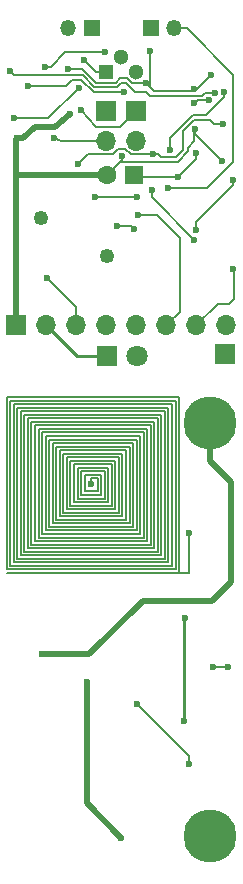
<source format=gbr>
G04 #@! TF.GenerationSoftware,KiCad,Pcbnew,5.99.0-unknown-c3175b4~86~ubuntu16.04.1*
G04 #@! TF.CreationDate,2019-12-09T10:27:28-08:00*
G04 #@! TF.ProjectId,wogglebug,776f6767-6c65-4627-9567-2e6b69636164,rev?*
G04 #@! TF.SameCoordinates,Original*
G04 #@! TF.FileFunction,Copper,L1,Top*
G04 #@! TF.FilePolarity,Positive*
%FSLAX46Y46*%
G04 Gerber Fmt 4.6, Leading zero omitted, Abs format (unit mm)*
G04 Created by KiCad (PCBNEW 5.99.0-unknown-c3175b4~86~ubuntu16.04.1) date 2019-12-09 10:27:28*
%MOMM*%
%LPD*%
G04 APERTURE LIST*
%ADD10C,0.150000*%
%ADD11C,0.600000*%
%ADD12C,1.250000*%
%ADD13C,4.500000*%
%ADD14C,1.600000*%
%ADD15R,1.600000X1.600000*%
%ADD16O,1.350000X1.350000*%
%ADD17R,1.350000X1.350000*%
%ADD18R,1.700000X1.700000*%
%ADD19O,1.700000X1.700000*%
%ADD20R,1.300000X1.300000*%
%ADD21C,1.300000*%
%ADD22C,1.800000*%
%ADD23R,1.800000X1.800000*%
%ADD24C,0.500000*%
%ADD25C,0.250000*%
G04 APERTURE END LIST*
D10*
X148000000Y-139200000D02*
X147450000Y-139200000D01*
X148000000Y-140300000D02*
X148000000Y-139200000D01*
X146900000Y-140300000D02*
X148000000Y-140300000D01*
X146900000Y-138900000D02*
X146900000Y-140300000D01*
X148300000Y-138900000D02*
X146900000Y-138900000D01*
X148300000Y-140600000D02*
X148300000Y-138900000D01*
X146600000Y-140600000D02*
X148300000Y-140600000D01*
X146600000Y-138600000D02*
X146600000Y-140600000D01*
X148600000Y-138600000D02*
X146600000Y-138600000D01*
X148600000Y-140900000D02*
X148600000Y-138600000D01*
X146300000Y-140900000D02*
X148600000Y-140900000D01*
X146300000Y-138300000D02*
X146300000Y-140900000D01*
X148900000Y-138300000D02*
X146300000Y-138300000D01*
X148900000Y-141200000D02*
X148900000Y-138300000D01*
X146000000Y-141200000D02*
X148900000Y-141200000D01*
X146000000Y-138000000D02*
X146000000Y-141200000D01*
X149200000Y-138000000D02*
X146000000Y-138000000D01*
X149200000Y-141500000D02*
X149200000Y-138000000D01*
X145700000Y-141500000D02*
X149200000Y-141500000D01*
X145700000Y-137700000D02*
X145700000Y-141500000D01*
X149500000Y-137700000D02*
X145700000Y-137700000D01*
X149500000Y-141800000D02*
X149500000Y-137700000D01*
X145400000Y-141800000D02*
X149500000Y-141800000D01*
X145400000Y-137400000D02*
X145400000Y-141800000D01*
X149800000Y-137400000D02*
X145400000Y-137400000D01*
X149800000Y-142100000D02*
X149800000Y-137400000D01*
X145100000Y-142100000D02*
X149800000Y-142100000D01*
X145100000Y-137100000D02*
X145100000Y-142100000D01*
X150100000Y-137100000D02*
X145100000Y-137100000D01*
X150100000Y-142400000D02*
X150100000Y-137100000D01*
X144800000Y-142400000D02*
X150100000Y-142400000D01*
X144800000Y-136800000D02*
X144800000Y-142400000D01*
X150400000Y-136800000D02*
X144800000Y-136800000D01*
X150400000Y-142700000D02*
X150400000Y-136800000D01*
X144500000Y-142700000D02*
X150400000Y-142700000D01*
X144500000Y-136500000D02*
X144500000Y-142700000D01*
X150700000Y-136500000D02*
X144500000Y-136500000D01*
X150700000Y-143000000D02*
X150700000Y-136500000D01*
X144200000Y-143000000D02*
X150700000Y-143000000D01*
X144200000Y-136200000D02*
X144200000Y-143000000D01*
X151000000Y-136200000D02*
X144200000Y-136200000D01*
X151000000Y-143300000D02*
X151000000Y-136200000D01*
X143900000Y-143300000D02*
X151000000Y-143300000D01*
X143900000Y-135900000D02*
X143900000Y-143300000D01*
X151300000Y-135900000D02*
X143900000Y-135900000D01*
X151300000Y-143600000D02*
X151300000Y-135900000D01*
X143600000Y-143600000D02*
X151300000Y-143600000D01*
X143600000Y-135600000D02*
X143600000Y-143600000D01*
X151600000Y-135600000D02*
X143600000Y-135600000D01*
X151600000Y-143900000D02*
X151600000Y-135600000D01*
X143300000Y-143900000D02*
X151600000Y-143900000D01*
X143300000Y-135300000D02*
X143300000Y-143900000D01*
X151900000Y-135300000D02*
X143300000Y-135300000D01*
X151900000Y-144200000D02*
X151900000Y-135300000D01*
X143000000Y-144200000D02*
X151900000Y-144200000D01*
X143000000Y-135000000D02*
X143000000Y-144200000D01*
X152200000Y-135000000D02*
X143000000Y-135000000D01*
X152200000Y-144500000D02*
X152200000Y-135000000D01*
X142700000Y-144500000D02*
X152200000Y-144500000D01*
X142700000Y-134700000D02*
X142700000Y-144500000D01*
X152500000Y-134700000D02*
X142700000Y-134700000D01*
X152500000Y-144800000D02*
X152500000Y-134700000D01*
X142400000Y-144800000D02*
X152500000Y-144800000D01*
X142400000Y-134400000D02*
X142400000Y-144800000D01*
X152800000Y-134400000D02*
X142400000Y-134400000D01*
X152800000Y-145100000D02*
X152800000Y-134400000D01*
X142100000Y-145100000D02*
X152800000Y-145100000D01*
X142100000Y-134100000D02*
X142100000Y-145100000D01*
X153100000Y-134100000D02*
X142100000Y-134100000D01*
X153100000Y-145400000D02*
X153100000Y-134100000D01*
X141800000Y-145400000D02*
X153100000Y-145400000D01*
X141800000Y-133800000D02*
X141800000Y-145400000D01*
X153400000Y-133800000D02*
X141800000Y-133800000D01*
X153400000Y-145700000D02*
X153400000Y-133800000D01*
X141500000Y-145700000D02*
X153400000Y-145700000D01*
X141500000Y-133500000D02*
X141500000Y-145700000D01*
X153700000Y-133500000D02*
X141500000Y-133500000D01*
X153700000Y-146000000D02*
X153700000Y-133500000D01*
X141200000Y-146000000D02*
X153700000Y-146000000D01*
X141200000Y-133200000D02*
X141200000Y-146000000D01*
X154000000Y-133200000D02*
X141200000Y-133200000D01*
X154000000Y-146300000D02*
X154000000Y-133200000D01*
X140900000Y-146300000D02*
X154000000Y-146300000D01*
X140900000Y-132900000D02*
X140900000Y-146300000D01*
X154300000Y-132900000D02*
X140900000Y-132900000D01*
X154300000Y-146600000D02*
X154300000Y-132900000D01*
X140600000Y-146600000D02*
X154300000Y-146600000D01*
X140600000Y-132600000D02*
X140600000Y-146600000D01*
X154600000Y-132600000D02*
X140600000Y-132600000D01*
X154600000Y-146900000D02*
X154600000Y-132600000D01*
X140300000Y-146900000D02*
X154600000Y-146900000D01*
X140300000Y-132300000D02*
X140300000Y-146900000D01*
X154900000Y-132300000D02*
X140300000Y-132300000D01*
X154900000Y-147200000D02*
X154900000Y-132300000D01*
X154900000Y-147200000D02*
X140300000Y-147200000D01*
X147450000Y-139200000D02*
X147450000Y-139650000D01*
D11*
X147450000Y-139650000D03*
D12*
X143185417Y-117125000D03*
X148814583Y-120375000D03*
D13*
X157500000Y-134500000D03*
X157500000Y-169500000D03*
D14*
X148800000Y-113500000D03*
D15*
X151100000Y-113500000D03*
D16*
X145500000Y-101100000D03*
D17*
X147500000Y-101100000D03*
D18*
X148735000Y-108060000D03*
D19*
X148735000Y-110600000D03*
D18*
X151275000Y-108060000D03*
D19*
X151275000Y-110600000D03*
X158900000Y-126200000D03*
X156360000Y-126200000D03*
X153820000Y-126200000D03*
X151280000Y-126200000D03*
X148740000Y-126200000D03*
X146200000Y-126200000D03*
X143660000Y-126200000D03*
D18*
X141120000Y-126200000D03*
D20*
X148750000Y-104750000D03*
D21*
X151290000Y-104750000D03*
X150020000Y-103480000D03*
D16*
X154500000Y-101100000D03*
D17*
X152500000Y-101100000D03*
D22*
X151300000Y-128800000D03*
D23*
X148760000Y-128800000D03*
D18*
X158800000Y-128700000D03*
D11*
X146860000Y-103800000D03*
X159000000Y-155200000D03*
X157800000Y-155200000D03*
X156190000Y-107440000D03*
X150060779Y-111859221D03*
X159420000Y-113950000D03*
X152600000Y-114800000D03*
X156200000Y-119000000D03*
X154810000Y-113640000D03*
X153920000Y-114600000D03*
X158580000Y-109180000D03*
X158530000Y-112280000D03*
X156290000Y-111640000D03*
X156270000Y-109630000D03*
X154130000Y-111390000D03*
X152720000Y-111760000D03*
X146620000Y-108020000D03*
X144300000Y-110360000D03*
X142070000Y-105950000D03*
X140550000Y-104715000D03*
X150250000Y-106460000D03*
X152099989Y-105749989D03*
X157390000Y-107190000D03*
X158724990Y-106500000D03*
X157930000Y-106590000D03*
X157580000Y-105010000D03*
X146415568Y-106096768D03*
X152400000Y-103000000D03*
X143584099Y-104334099D03*
X155375000Y-151025000D03*
X155350000Y-159750000D03*
X156200000Y-106200000D03*
X159500000Y-121500000D03*
X145510000Y-104500000D03*
X141140000Y-110400000D03*
X151100010Y-118101279D03*
X147800000Y-115400000D03*
X149650000Y-117850000D03*
X156300000Y-118200000D03*
X151430030Y-116900671D03*
X151300000Y-115400000D03*
X140900000Y-108700000D03*
X143750000Y-122250000D03*
X148600000Y-103100000D03*
X146300000Y-112600000D03*
X155700000Y-163400000D03*
X147100000Y-156400000D03*
X150000000Y-169600000D03*
X151350000Y-158300000D03*
X143300000Y-154100000D03*
X145700000Y-108300000D03*
X155700000Y-143800000D03*
D10*
X149524999Y-105675001D02*
X149900000Y-105300000D01*
X147875001Y-105675001D02*
X149524999Y-105675001D01*
X146700000Y-104500000D02*
X147875001Y-105675001D01*
X145510000Y-104500000D02*
X146700000Y-104500000D01*
X150920987Y-105749989D02*
X152099989Y-105749989D01*
X149900000Y-105300000D02*
X150470998Y-105300000D01*
X150470998Y-105300000D02*
X150920987Y-105749989D01*
X146860000Y-103800000D02*
X147900000Y-104750000D01*
X147900000Y-104750000D02*
X148750000Y-104750000D01*
X159000000Y-155200000D02*
X157800000Y-155200000D01*
X156460000Y-107190000D02*
X157390000Y-107190000D01*
X156190000Y-107440000D02*
X156460000Y-107190000D01*
X157580000Y-105010000D02*
X156390000Y-106200000D01*
X156390000Y-106200000D02*
X156200000Y-106200000D01*
X150060779Y-111859221D02*
X150060779Y-112239221D01*
X150060779Y-112239221D02*
X148800000Y-113500000D01*
X156300000Y-117720000D02*
X156300000Y-118200000D01*
X159420000Y-113950000D02*
X159420000Y-114374264D01*
X159420000Y-114374264D02*
X156300000Y-117494264D01*
X156300000Y-117494264D02*
X156300000Y-117720000D01*
X153021802Y-111760000D02*
X152720000Y-111760000D01*
X140910001Y-105075001D02*
X141074999Y-105075001D01*
X155350000Y-153950000D02*
X155350000Y-154200000D01*
X155350000Y-154200000D02*
X155350000Y-159750000D01*
X154900000Y-147200000D02*
X155600000Y-147200000D01*
X151240000Y-113640000D02*
X151100000Y-113500000D01*
X154900000Y-147200000D02*
X155700000Y-147200000D01*
X155700000Y-147200000D02*
X155700000Y-143800000D01*
X152600000Y-115400000D02*
X152600000Y-114800000D01*
X156200000Y-119000000D02*
X152600000Y-115400000D01*
X156290000Y-111640000D02*
X156290000Y-112160000D01*
X156290000Y-112160000D02*
X154810000Y-113640000D01*
X154810000Y-113640000D02*
X151240000Y-113640000D01*
X159500000Y-105000000D02*
X155600000Y-101100000D01*
X159500000Y-112400000D02*
X159500000Y-105000000D01*
X157300000Y-114600000D02*
X159500000Y-112400000D01*
X153920000Y-114600000D02*
X157300000Y-114600000D01*
X155600000Y-101100000D02*
X154500000Y-101100000D01*
X157860000Y-109200000D02*
X157550000Y-108890000D01*
X153144264Y-111760000D02*
X152720000Y-111760000D01*
X153384264Y-112000000D02*
X153144264Y-111760000D01*
X154650000Y-112000000D02*
X153384264Y-112000000D01*
X155240000Y-111410000D02*
X154650000Y-112000000D01*
X155240000Y-109790000D02*
X155240000Y-111410000D01*
X158580000Y-109180000D02*
X157860000Y-109200000D01*
X157550000Y-108890000D02*
X156140000Y-108890000D01*
X156140000Y-108890000D02*
X155240000Y-109790000D01*
X156270000Y-110020604D02*
X156270000Y-109630000D01*
X158530000Y-112280000D02*
X156270000Y-110020604D01*
X156202495Y-109657505D02*
X156202495Y-110657505D01*
X155637495Y-111507495D02*
X155637495Y-111222505D01*
X155637495Y-111507495D02*
X154769991Y-112374999D01*
X155637495Y-111222505D02*
X156202495Y-110657505D01*
X156270000Y-109590000D02*
X156202495Y-109657505D01*
X156270000Y-109630000D02*
X156270000Y-109590000D01*
X154769991Y-112374999D02*
X149925001Y-112374999D01*
X154130000Y-111390000D02*
X154137530Y-110367480D01*
X154137530Y-110367480D02*
X156052505Y-108452505D01*
X156052505Y-108452505D02*
X157196749Y-108452505D01*
X157196749Y-108452505D02*
X158724990Y-106924264D01*
X158724990Y-106924264D02*
X158724990Y-106500000D01*
X152720000Y-111760000D02*
X150785002Y-111760000D01*
X146620000Y-108020000D02*
X147900000Y-109400000D01*
X149935000Y-109400000D02*
X151275000Y-108060000D01*
X147900000Y-109400000D02*
X149935000Y-109400000D01*
X144900000Y-110600000D02*
X144950000Y-110600000D01*
X144300000Y-110360000D02*
X144900000Y-110600000D01*
X144950000Y-110600000D02*
X148735000Y-110600000D01*
X145340000Y-105950000D02*
X142070000Y-105950000D01*
X146780015Y-105075001D02*
X141074999Y-105075001D01*
X140550000Y-104715000D02*
X140910001Y-105075001D01*
X146635037Y-105425011D02*
X145864989Y-105425011D01*
X149957321Y-106444775D02*
X147654799Y-106444775D01*
X147654799Y-106444775D02*
X146635037Y-105425011D01*
X150250000Y-106460000D02*
X149957321Y-106444775D01*
X145864989Y-105425011D02*
X145340000Y-105950000D01*
X149669977Y-106025011D02*
X147730025Y-106025011D01*
X156859996Y-106800000D02*
X152409998Y-106800000D01*
X149994988Y-105700000D02*
X149669977Y-106025011D01*
X150376010Y-105700000D02*
X149994988Y-105700000D01*
X152104999Y-106495001D02*
X151171011Y-106495001D01*
X147730025Y-106025011D02*
X146780015Y-105075001D01*
X151171011Y-106495001D02*
X150376010Y-105700000D01*
X157930000Y-106590000D02*
X157069996Y-106590000D01*
X157069996Y-106590000D02*
X156859996Y-106800000D01*
X152409998Y-106800000D02*
X152104999Y-106495001D01*
X143812336Y-108700000D02*
X140900000Y-108700000D01*
X146415568Y-106096768D02*
X143812336Y-108700000D01*
X152400000Y-106050000D02*
X152400000Y-103000000D01*
X143584099Y-104334099D02*
X144015901Y-104334099D01*
X145250000Y-103100000D02*
X148600000Y-103100000D01*
X144015901Y-104334099D02*
X145250000Y-103100000D01*
X155375000Y-151025000D02*
X155375000Y-159725000D01*
X155375000Y-159725000D02*
X155350000Y-159750000D01*
X155350000Y-151050000D02*
X155375000Y-151025000D01*
X155350000Y-154200000D02*
X155350000Y-151050000D01*
D24*
X159300000Y-147950000D02*
X157650000Y-149600000D01*
X157500000Y-137681980D02*
X159300000Y-139481980D01*
X159300000Y-139481980D02*
X159300000Y-147950000D01*
X157650000Y-149600000D02*
X151800000Y-149600000D01*
X157500000Y-134500000D02*
X157500000Y-137681980D01*
X151800000Y-149600000D02*
X147300000Y-154100000D01*
X147300000Y-154100000D02*
X143300000Y-154100000D01*
D10*
X154950000Y-118800000D02*
X153050671Y-116900671D01*
X153050671Y-116900671D02*
X151430030Y-116900671D01*
X154950000Y-125070000D02*
X154950000Y-118800000D01*
X153820000Y-126200000D02*
X154950000Y-125070000D01*
D25*
X146260000Y-128800000D02*
X143660000Y-126200000D01*
X148760000Y-128800000D02*
X146260000Y-128800000D01*
D10*
X143750000Y-122250000D02*
X146200000Y-124700000D01*
X146200000Y-124700000D02*
X146200000Y-126200000D01*
X155975001Y-106424999D02*
X152774999Y-106424999D01*
X152400000Y-106050000D02*
X152774999Y-106424999D01*
X156200000Y-106200000D02*
X155975001Y-106424999D01*
X152099989Y-105749989D02*
X152400000Y-106050000D01*
X147174999Y-111725001D02*
X146300000Y-112600000D01*
X149275001Y-111725001D02*
X147174999Y-111725001D01*
X149725001Y-111275001D02*
X149275001Y-111725001D01*
X150300003Y-111275001D02*
X149725001Y-111275001D01*
X150300003Y-111275001D02*
X150785002Y-111760000D01*
D24*
X141120000Y-110620000D02*
X141120000Y-126200000D01*
X141180000Y-113500000D02*
X148800000Y-113500000D01*
D10*
X141180000Y-113500000D02*
X141075000Y-113500000D01*
D24*
X141120000Y-110420000D02*
X141140000Y-110400000D01*
X141120000Y-110620000D02*
X141120000Y-110420000D01*
D10*
X146200000Y-124997919D02*
X146225000Y-124972919D01*
X159500000Y-121500000D02*
X159500000Y-121600000D01*
X147800000Y-115400000D02*
X151300000Y-115400000D01*
X149650000Y-117850000D02*
X150848731Y-117850000D01*
X159515001Y-123984999D02*
X159100000Y-124400000D01*
X158160000Y-124400000D02*
X156360000Y-126200000D01*
X159100000Y-124400000D02*
X158160000Y-124400000D01*
X159500000Y-121600000D02*
X159515001Y-121615001D01*
X159515001Y-121615001D02*
X159515001Y-123984999D01*
X150848731Y-117850000D02*
X151100010Y-118101279D01*
D24*
X150000000Y-169600000D02*
X147100000Y-166700000D01*
X147100000Y-166700000D02*
X147100000Y-156400000D01*
D10*
X155750000Y-162700000D02*
X155750000Y-163350000D01*
X155750000Y-163350000D02*
X155700000Y-163400000D01*
X151350000Y-158300000D02*
X155750000Y-162700000D01*
D24*
X141705685Y-110400000D02*
X141140000Y-110400000D01*
X142695685Y-109410000D02*
X141705685Y-110400000D01*
X144390000Y-109410000D02*
X142695685Y-109410000D01*
X145700000Y-108300000D02*
X144390000Y-109410000D01*
M02*

</source>
